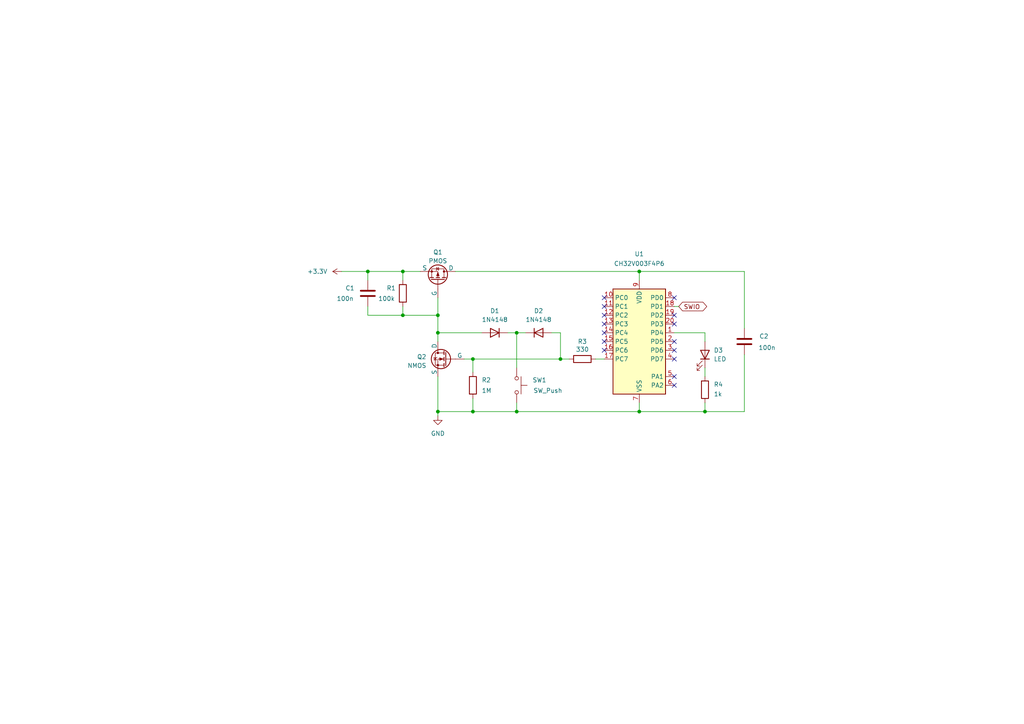
<source format=kicad_sch>
(kicad_sch (version 20250114) (generator "eeschema") (generator_version "9.0")
  (paper "A4")
  (title_block (title "CH32V003 Soft Latching") (date "2023-08-08") (rev "1.0") (company "Li Mingjie"))
  (lib_symbols
    (symbol "Device:C" (pin_numbers (hide yes)) (pin_names (offset 0.254))
      (property "Reference" "C" (at 0.635 2.54 0))
      (property "Value" "C" (at 0.635 -2.54 0))
      (symbol "C_0_1"
        (polyline (pts (xy -2.032 0.762) (xy 2.032 0.762)) (stroke (width 0.508)))
        (polyline (pts (xy -2.032 -0.762) (xy 2.032 -0.762)) (stroke (width 0.508)))
      )
      (symbol "C_1_1"
        (pin passive line (at 0 3.81 270) (length 2.794) (name "~") (number "1"))
        (pin passive line (at 0 -3.81 90) (length 2.794) (name "~") (number "2"))
      )
    )
    (symbol "Device:LED" (pin_numbers (hide yes)) (pin_names (offset 1.016) (hide yes))
      (property "Reference" "D" (at 0 2.54 0))
      (property "Value" "LED" (at 0 -2.54 0))
      (symbol "LED_0_1"
        (polyline (pts (xy -3.048 -0.762) (xy -4.572 -2.286) (xy -3.81 -2.286) (xy -4.572 -2.286) (xy -4.572 -1.524)))
        (polyline (pts (xy -1.778 -0.762) (xy -3.302 -2.286) (xy -2.54 -2.286) (xy -3.302 -2.286) (xy -3.302 -1.524)))
        (polyline (pts (xy -1.27 0) (xy 1.27 0)))
        (polyline (pts (xy -1.27 -1.27) (xy -1.27 1.27)) (stroke (width 0.254)))
        (polyline (pts (xy 1.27 -1.27) (xy 1.27 1.27) (xy -1.27 0) (xy 1.27 -1.27)) (stroke (width 0.254)))
      )
      (symbol "LED_1_1"
        (pin passive line (at -3.81 0 0) (length 2.54) (name "K") (number "1"))
        (pin passive line (at 3.81 0 180) (length 2.54) (name "A") (number "2"))
      )
    )
    (symbol "Device:R" (pin_numbers (hide yes)) (pin_names (offset 0))
      (property "Reference" "R" (at 2.032 0 90))
      (property "Value" "R" (at 0 0 90))
      (symbol "R_0_1"
        (rectangle (start -1.016 -2.54) (end 1.016 2.54) (stroke (width 0.254)))
      )
      (symbol "R_1_1"
        (pin passive line (at 0 3.81 270) (length 1.27) (name "~") (number "1"))
        (pin passive line (at 0 -3.81 90) (length 1.27) (name "~") (number "2"))
      )
    )
    (symbol "Diode:1N4148" (pin_numbers (hide yes)) (pin_names (hide yes))
      (property "Reference" "D" (at 0 2.54 0))
      (property "Value" "1N4148" (at 0 -2.54 0))
      (symbol "1N4148_0_1"
        (polyline (pts (xy -1.27 1.27) (xy -1.27 -1.27)) (stroke (width 0.254)))
        (polyline (pts (xy 1.27 1.27) (xy 1.27 -1.27) (xy -1.27 0) (xy 1.27 1.27)) (stroke (width 0.254)))
        (polyline (pts (xy 1.27 0) (xy -1.27 0)))
      )
      (symbol "1N4148_1_1"
        (pin passive line (at -3.81 0 0) (length 2.54) (name "K") (number "1"))
        (pin passive line (at 3.81 0 180) (length 2.54) (name "A") (number "2"))
      )
    )
    (symbol "MCU_WCH_CH32V0:CH32V003FxPx"
      (property "Reference" "U" (at -7.62 17.78 0))
      (property "Value" "CH32V003FxPx" (at 7.62 17.78 0))
      (symbol "CH32V003FxPx_1_1"
        (rectangle (start -7.62 15.24) (end 7.62 -15.24) (stroke (width 0.254)) (fill (type background)))
        (pin bidirectional line (at -10.16 12.7 0) (length 2.54) (name "PC0") (number "10"))
        (pin bidirectional line (at -10.16 10.16 0) (length 2.54) (name "PC1") (number "11"))
        (pin bidirectional line (at -10.16 7.62 0) (length 2.54) (name "PC2") (number "12"))
        (pin bidirectional line (at -10.16 5.08 0) (length 2.54) (name "PC3") (number "13"))
        (pin bidirectional line (at -10.16 2.54 0) (length 2.54) (name "PC4") (number "14"))
        (pin bidirectional line (at -10.16 0 0) (length 2.54) (name "PC5") (number "15"))
        (pin bidirectional line (at -10.16 -2.54 0) (length 2.54) (name "PC6") (number "16"))
        (pin bidirectional line (at -10.16 -5.08 0) (length 2.54) (name "PC7") (number "17"))
        (pin power_in line (at 0 17.78 270) (length 2.54) (name "VDD") (number "9"))
        (pin power_in line (at 0 -17.78 90) (length 2.54) (name "VSS") (number "7"))
        (pin bidirectional line (at 10.16 12.7 180) (length 2.54) (name "PD0") (number "8"))
        (pin bidirectional line (at 10.16 10.16 180) (length 2.54) (name "PD1") (number "18"))
        (pin bidirectional line (at 10.16 7.62 180) (length 2.54) (name "PD2") (number "19"))
        (pin bidirectional line (at 10.16 5.08 180) (length 2.54) (name "PD3") (number "20"))
        (pin bidirectional line (at 10.16 2.54 180) (length 2.54) (name "PD4") (number "1"))
        (pin bidirectional line (at 10.16 0 180) (length 2.54) (name "PD5") (number "2"))
        (pin bidirectional line (at 10.16 -2.54 180) (length 2.54) (name "PD6") (number "3"))
        (pin bidirectional line (at 10.16 -5.08 180) (length 2.54) (name "PD7") (number "4"))
        (pin bidirectional line (at 10.16 -10.16 180) (length 2.54) (name "PA1") (number "5"))
        (pin bidirectional line (at 10.16 -12.7 180) (length 2.54) (name "PA2") (number "6"))
      )
    )
    (symbol "Simulation_SPICE:NMOS" (pin_numbers (hide yes)) (pin_names (offset 0))
      (property "Reference" "Q" (at 5.08 1.27 0))
      (property "Value" "NMOS" (at 5.08 -1.27 0))
      (symbol "NMOS_0_1"
        (polyline (pts (xy 0.254 1.905) (xy 0.254 -1.905)) (stroke (width 0.254)))
        (polyline (pts (xy 0.254 0) (xy -2.54 0)))
        (polyline (pts (xy 0.762 2.286) (xy 0.762 1.27)) (stroke (width 0.254)))
        (polyline (pts (xy 0.762 0.508) (xy 0.762 -0.508)) (stroke (width 0.254)))
        (polyline (pts (xy 0.762 -1.27) (xy 0.762 -2.286)) (stroke (width 0.254)))
        (polyline (pts (xy 0.762 -1.778) (xy 3.302 -1.778) (xy 3.302 1.778) (xy 0.762 1.778)))
        (polyline (pts (xy 1.016 0) (xy 2.032 0.381) (xy 2.032 -0.381) (xy 1.016 0)) (fill (type outline)))
        (circle (center 1.651 0) (radius 2.794) (stroke (width 0.254)))
        (polyline (pts (xy 2.54 2.54) (xy 2.54 1.778)))
        (circle (center 2.54 1.778) (radius 0.254) (fill (type outline)))
        (circle (center 2.54 -1.778) (radius 0.254) (fill (type outline)))
        (polyline (pts (xy 2.54 -2.54) (xy 2.54 0) (xy 0.762 0)))
        (polyline (pts (xy 2.794 0.508) (xy 2.921 0.381) (xy 3.683 0.381) (xy 3.81 0.254)))
        (polyline (pts (xy 3.302 0.381) (xy 2.921 -0.254) (xy 3.683 -0.254) (xy 3.302 0.381)))
      )
      (symbol "NMOS_1_1"
        (pin input line (at -5.08 0 0) (length 2.54) (name "G") (number "2"))
        (pin passive line (at 2.54 5.08 270) (length 2.54) (name "D") (number "1"))
        (pin passive line (at 2.54 -5.08 90) (length 2.54) (name "S") (number "3"))
      )
    )
    (symbol "Simulation_SPICE:PMOS" (pin_numbers (hide yes)) (pin_names (offset 0))
      (property "Reference" "Q" (at 5.08 1.27 0))
      (property "Value" "PMOS" (at 5.08 -1.27 0))
      (symbol "PMOS_0_1"
        (polyline (pts (xy 0.254 1.905) (xy 0.254 -1.905)) (stroke (width 0.254)))
        (polyline (pts (xy 0.254 0) (xy -2.54 0)))
        (polyline (pts (xy 0.762 2.286) (xy 0.762 1.27)) (stroke (width 0.254)))
        (polyline (pts (xy 0.762 1.778) (xy 3.302 1.778) (xy 3.302 -1.778) (xy 0.762 -1.778)))
        (polyline (pts (xy 0.762 0.508) (xy 0.762 -0.508)) (stroke (width 0.254)))
        (polyline (pts (xy 0.762 -1.27) (xy 0.762 -2.286)) (stroke (width 0.254)))
        (circle (center 1.651 0) (radius 2.794) (stroke (width 0.254)))
        (polyline (pts (xy 2.286 0) (xy 1.27 0.381) (xy 1.27 -0.381) (xy 2.286 0)) (fill (type outline)))
        (polyline (pts (xy 2.54 2.54) (xy 2.54 1.778)))
        (circle (center 2.54 1.778) (radius 0.254) (fill (type outline)))
        (circle (center 2.54 -1.778) (radius 0.254) (fill (type outline)))
        (polyline (pts (xy 2.54 -2.54) (xy 2.54 0) (xy 0.762 0)))
        (polyline (pts (xy 2.794 -0.508) (xy 2.921 -0.381) (xy 3.683 -0.381) (xy 3.81 -0.254)))
        (polyline (pts (xy 3.302 -0.381) (xy 2.921 0.254) (xy 3.683 0.254) (xy 3.302 -0.381)))
      )
      (symbol "PMOS_1_1"
        (pin input line (at -5.08 0 0) (length 2.54) (name "G") (number "2"))
        (pin passive line (at 2.54 5.08 270) (length 2.54) (name "D") (number "1"))
        (pin passive line (at 2.54 -5.08 90) (length 2.54) (name "S") (number "3"))
      )
    )
    (symbol "Switch:SW_Push" (pin_numbers (hide yes)) (pin_names (offset 1.016) (hide yes))
      (property "Reference" "SW" (at 1.27 2.54 0))
      (property "Value" "SW_Push" (at 0 -1.524 0))
      (symbol "SW_Push_0_1"
        (circle (center -2.032 0) (radius 0.508))
        (polyline (pts (xy 0 1.27) (xy 0 3.048)))
        (circle (center 2.032 0) (radius 0.508))
        (polyline (pts (xy 2.54 1.27) (xy -2.54 1.27)))
        (pin passive line (at -5.08 0 0) (length 2.54) (name "1") (number "1"))
        (pin passive line (at 5.08 0 180) (length 2.54) (name "2") (number "2"))
      )
    )
    (symbol "power:+3.3V" (power) (pin_names (offset 0))
      (property "Value" "+3.3V" (at 0 3.556 0))
      (symbol "+3.3V_0_1"
        (polyline (pts (xy -0.762 1.27) (xy 0 2.54)))
        (polyline (pts (xy 0 2.54) (xy 0.762 1.27)))
        (polyline (pts (xy 0 0) (xy 0 2.54)))
      )
      (symbol "+3.3V_1_1"
        (pin power_in line (at 0 0 90) (length 0) (hide yes) (name "+3.3V") (number "1"))
      )
    )
    (symbol "power:GND" (power) (pin_names (offset 0))
      (property "Value" "GND" (at 0 -3.81 0))
      (symbol "GND_0_1"
        (polyline (pts (xy 0 0) (xy 0 -1.27) (xy 1.27 -1.27) (xy 0 -2.54) (xy -1.27 -1.27) (xy 0 -1.27)))
      )
      (symbol "GND_1_1"
        (pin power_in line (at 0 0 270) (length 0) (hide yes) (name "GND") (number "1"))
      )
    )
  )
  (junction (at 106.68 78.74))
  (junction (at 137.16 104.14))
  (junction (at 116.84 78.74))
  (junction (at 127 119.38))
  (junction (at 149.86 119.38))
  (junction (at 185.42 78.74))
  (junction (at 137.16 119.38))
  (junction (at 162.56 104.14))
  (junction (at 204.47 119.38))
  (junction (at 127 91.44))
  (junction (at 116.84 91.44))
  (junction (at 185.42 119.38))
  (junction (at 127 96.52))
  (junction (at 149.86 96.52))
  (no_connect (at 195.58 111.76))
  (no_connect (at 175.26 96.52))
  (no_connect (at 175.26 91.44))
  (no_connect (at 195.58 91.44))
  (no_connect (at 175.26 99.06))
  (no_connect (at 175.26 86.36))
  (no_connect (at 175.26 93.98))
  (no_connect (at 195.58 104.14))
  (no_connect (at 195.58 93.98))
  (no_connect (at 175.26 88.9))
  (no_connect (at 195.58 99.06))
  (no_connect (at 195.58 86.36))
  (no_connect (at 195.58 101.6))
  (no_connect (at 195.58 109.22))
  (no_connect (at 175.26 101.6))
  (wire (pts (xy 147.32 96.52) (xy 149.86 96.52)))
  (wire (pts (xy 149.86 119.38) (xy 185.42 119.38)))
  (wire (pts (xy 132.08 78.74) (xy 185.42 78.74)))
  (wire (pts (xy 160.02 96.52) (xy 162.56 96.52)))
  (wire (pts (xy 127 96.52) (xy 127 99.06)))
  (wire (pts (xy 127 119.38) (xy 137.16 119.38)))
  (wire (pts (xy 185.42 78.74) (xy 215.9 78.74)))
  (wire (pts (xy 195.58 96.52) (xy 204.47 96.52)))
  (wire (pts (xy 137.16 104.14) (xy 134.62 104.14)))
  (wire (pts (xy 204.47 109.22) (xy 204.47 106.68)))
  (wire (pts (xy 99.06 78.74) (xy 106.68 78.74)))
  (wire (pts (xy 139.7 96.52) (xy 127 96.52)))
  (wire (pts (xy 185.42 116.84) (xy 185.42 119.38)))
  (wire (pts (xy 215.9 119.38) (xy 204.47 119.38)))
  (wire (pts (xy 137.16 107.95) (xy 137.16 104.14)))
  (wire (pts (xy 106.68 91.44) (xy 106.68 88.9)))
  (wire (pts (xy 116.84 81.28) (xy 116.84 78.74)))
  (wire (pts (xy 215.9 119.38) (xy 215.9 102.87)))
  (wire (pts (xy 137.16 119.38) (xy 149.86 119.38)))
  (wire (pts (xy 116.84 88.9) (xy 116.84 91.44)))
  (wire (pts (xy 127 109.22) (xy 127 119.38)))
  (wire (pts (xy 116.84 91.44) (xy 127 91.44)))
  (wire (pts (xy 137.16 104.14) (xy 162.56 104.14)))
  (wire (pts (xy 106.68 78.74) (xy 116.84 78.74)))
  (wire (pts (xy 185.42 78.74) (xy 185.42 81.28)))
  (wire (pts (xy 162.56 104.14) (xy 165.1 104.14)))
  (wire (pts (xy 204.47 116.84) (xy 204.47 119.38)))
  (wire (pts (xy 162.56 96.52) (xy 162.56 104.14)))
  (wire (pts (xy 149.86 96.52) (xy 152.4 96.52)))
  (wire (pts (xy 204.47 96.52) (xy 204.47 99.06)))
  (wire (pts (xy 127 86.36) (xy 127 91.44)))
  (wire (pts (xy 149.86 96.52) (xy 149.86 106.68)))
  (wire (pts (xy 196.85 88.9) (xy 195.58 88.9)))
  (wire (pts (xy 185.42 119.38) (xy 204.47 119.38)))
  (wire (pts (xy 106.68 91.44) (xy 116.84 91.44)))
  (wire (pts (xy 116.84 78.74) (xy 121.92 78.74)))
  (wire (pts (xy 127 120.65) (xy 127 119.38)))
  (wire (pts (xy 127 91.44) (xy 127 96.52)))
  (wire (pts (xy 215.9 78.74) (xy 215.9 95.25)))
  (wire (pts (xy 137.16 115.57) (xy 137.16 119.38)))
  (wire (pts (xy 149.86 116.84) (xy 149.86 119.38)))
  (wire (pts (xy 172.72 104.14) (xy 175.26 104.14)))
  (wire (pts (xy 106.68 81.28) (xy 106.68 78.74)))
  (global_label "SWIO" (shape bidirectional) (at 196.85 88.9 0) (property "Intersheetrefs" "${INTERSHEET_REFS}" (effects (hide yes))))
  (symbol (lib_id "Device:R") (at 116.84 85.09 0) (mirror x) (unit 1)
    (property "Reference" "R1" (at 114.808 83.566 0) (effects (justify right)))
    (property "Value" "100k" (at 114.554 86.614 0) (effects (justify right)))
  )
  (symbol (lib_id "Device:C") (at 215.9 99.06 0) (unit 1)
    (property "Reference" "C2" (at 220.218 97.536 0) (effects (justify left)))
    (property "Value" "100n" (at 219.964 100.838 0) (effects (justify left)))
  )
  (symbol (lib_id "Device:R") (at 204.47 113.03 0) (unit 1)
    (property "Reference" "R4" (at 207.01 111.506 0) (effects (justify left)))
    (property "Value" "1k" (at 207.01 114.3 0) (effects (justify left)))
  )
  (symbol (lib_id "MCU_WCH_CH32V0:CH32V003FxPx") (at 185.42 99.06 0) (unit 1)
    (property "Reference" "U1" (at 185.42 73.66 0))
    (property "Value" "CH32V003F4P6" (at 185.42 76.454 0))
    (property "Footprint" "Package_SO:TSSOP-20_4.4x6.5mm_P0.65mm" (effects (hide yes)))
    (property "Datasheet" "https://www.wch-ic.com/products/CH32V003.html" (effects (hide yes)))
    (property "Description" "CH32V003 series are industrial-grade general-purpose microcontrollers designed based on 32-bit RISC-V instruction set and architecture. It adopts QingKe V2A core, RV32EC instruction set, and supports 2 levels of interrupt nesting. The series are mounted with rich peripheral interfaces and function modules. Its internal organizational structure meets the low-cost and low-power embedded application scenarios." (effects (hide yes)))
  )
  (symbol (lib_id "Switch:SW_Push") (at 149.86 111.76 270) (mirror x) (unit 1)
    (property "Reference" "SW1" (at 154.432 110.236 90) (effects (justify left)))
    (property "Value" "SW_Push" (at 154.686 113.284 90) (effects (justify left)))
  )
  (symbol (lib_id "Simulation_SPICE:PMOS") (at 127 81.28 270) (mirror x) (unit 1)
    (property "Reference" "Q1" (at 127 73.152 90))
    (property "Value" "PMOS" (at 127 75.692 90))
    (property "Datasheet" "https://ngspice.sourceforge.io/docs/ngspice-manual.pdf" (effects (hide yes)))
    (property "Sim.Device" "PMOS" (effects (hide yes)))
    (property "Sim.Type" "VDMOS" (effects (hide yes)))
    (property "Sim.Pins" "1=D 2=G 3=S" (effects (hide yes)))
  )
  (symbol (lib_id "Device:R") (at 137.16 111.76 0) (unit 1)
    (property "Reference" "R2" (at 139.7 110.236 0) (effects (justify left)))
    (property "Value" "1M" (at 139.7 113.284 0) (effects (justify left)))
  )
  (symbol (lib_id "power:+3.3V") (at 99.06 78.74 90) (unit 1)
    (property "Reference" "#PWR03" (effects (hide yes)))
    (property "Value" "+3.3V" (at 94.996 78.74 90) (effects (justify left)))
  )
  (symbol (lib_id "Device:C") (at 106.68 85.09 0) (mirror y) (unit 1)
    (property "Reference" "C1" (at 102.87 83.566 0) (effects (justify left)))
    (property "Value" "100n" (at 102.616 86.614 0) (effects (justify left)))
  )
  (symbol (lib_id "Device:R") (at 168.91 104.14 90) (unit 1)
    (property "Reference" "R3" (at 168.91 99.06 90))
    (property "Value" "330" (at 168.91 101.346 90))
  )
  (symbol (lib_id "power:GND") (at 127 120.65 0) (unit 1)
    (property "Reference" "#PWR01" (effects (hide yes)))
    (property "Value" "GND" (at 127 125.73 0))
  )
  (symbol (lib_id "Diode:1N4148") (at 156.21 96.52 0) (unit 1)
    (property "Reference" "D2" (at 156.21 90.17 0))
    (property "Value" "1N4148" (at 156.21 92.71 0))
    (property "Footprint" "Diode_THT:D_DO-35_SOD27_P7.62mm_Horizontal" (effects (hide yes)))
    (property "Datasheet" "https://assets.nexperia.com/documents/data-sheet/1N4148_1N4448.pdf" (effects (hide yes)))
    (property "Description" "100V 0.15A standard switching diode, DO-35" (effects (hide yes)))
    (property "Sim.Device" "D" (effects (hide yes)))
    (property "Sim.Pins" "1=K 2=A" (effects (hide yes)))
  )
  (symbol (lib_id "Device:LED") (at 204.47 102.87 270) (mirror x) (unit 1)
    (property "Reference" "D3" (at 207.01 101.6 90) (effects (justify left)))
    (property "Value" "LED" (at 207.01 104.14 90) (effects (justify left)))
  )
  (symbol (lib_id "Simulation_SPICE:NMOS") (at 129.54 104.14 0) (mirror y) (unit 1)
    (property "Reference" "Q2" (at 123.698 103.505 0) (effects (justify left)))
    (property "Value" "NMOS" (at 123.698 106.045 0) (effects (justify left)))
    (property "Datasheet" "https://ngspice.sourceforge.io/docs/ngspice-manual.pdf" (effects (hide yes)))
    (property "Sim.Device" "NMOS" (effects (hide yes)))
    (property "Sim.Type" "VDMOS" (effects (hide yes)))
    (property "Sim.Pins" "1=D 2=G 3=S" (effects (hide yes)))
  )
  (symbol (lib_id "Diode:1N4148") (at 143.51 96.52 180) (unit 1)
    (property "Reference" "D1" (at 143.51 90.17 0))
    (property "Value" "1N4148" (at 143.51 92.71 0))
    (property "Footprint" "Diode_THT:D_DO-35_SOD27_P7.62mm_Horizontal" (effects (hide yes)))
    (property "Datasheet" "https://assets.nexperia.com/documents/data-sheet/1N4148_1N4448.pdf" (effects (hide yes)))
    (property "Description" "100V 0.15A standard switching diode, DO-35" (effects (hide yes)))
    (property "Sim.Device" "D" (effects (hide yes)))
    (property "Sim.Pins" "1=K 2=A" (effects (hide yes)))
  )
)
</source>
